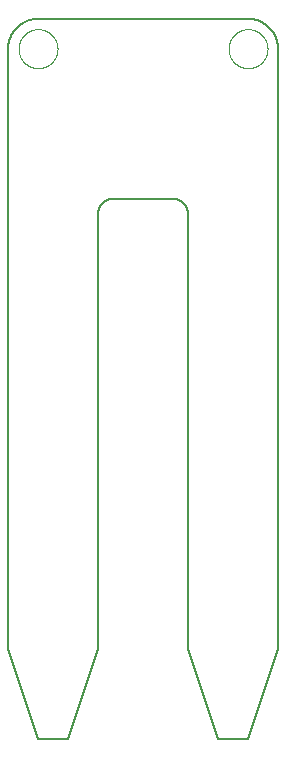
<source format=gko>
G75*
%MOIN*%
%OFA0B0*%
%FSLAX25Y25*%
%IPPOS*%
%LPD*%
%AMOC8*
5,1,8,0,0,1.08239X$1,22.5*
%
%ADD10C,0.00800*%
%ADD11C,0.00000*%
D10*
X0123333Y0266400D02*
X0133333Y0266400D01*
X0143333Y0296400D01*
X0143333Y0441400D01*
X0143335Y0441540D01*
X0143341Y0441680D01*
X0143351Y0441820D01*
X0143364Y0441960D01*
X0143382Y0442099D01*
X0143404Y0442238D01*
X0143429Y0442375D01*
X0143458Y0442513D01*
X0143491Y0442649D01*
X0143528Y0442784D01*
X0143569Y0442918D01*
X0143614Y0443051D01*
X0143662Y0443183D01*
X0143714Y0443313D01*
X0143769Y0443442D01*
X0143828Y0443569D01*
X0143891Y0443695D01*
X0143957Y0443819D01*
X0144026Y0443940D01*
X0144099Y0444060D01*
X0144176Y0444178D01*
X0144255Y0444293D01*
X0144338Y0444407D01*
X0144424Y0444517D01*
X0144513Y0444626D01*
X0144605Y0444732D01*
X0144700Y0444835D01*
X0144797Y0444936D01*
X0144898Y0445033D01*
X0145001Y0445128D01*
X0145107Y0445220D01*
X0145216Y0445309D01*
X0145326Y0445395D01*
X0145440Y0445478D01*
X0145555Y0445557D01*
X0145673Y0445634D01*
X0145793Y0445707D01*
X0145914Y0445776D01*
X0146038Y0445842D01*
X0146164Y0445905D01*
X0146291Y0445964D01*
X0146420Y0446019D01*
X0146550Y0446071D01*
X0146682Y0446119D01*
X0146815Y0446164D01*
X0146949Y0446205D01*
X0147084Y0446242D01*
X0147220Y0446275D01*
X0147358Y0446304D01*
X0147495Y0446329D01*
X0147634Y0446351D01*
X0147773Y0446369D01*
X0147913Y0446382D01*
X0148053Y0446392D01*
X0148193Y0446398D01*
X0148333Y0446400D01*
X0168333Y0446400D01*
X0168473Y0446398D01*
X0168613Y0446392D01*
X0168753Y0446382D01*
X0168893Y0446369D01*
X0169032Y0446351D01*
X0169171Y0446329D01*
X0169308Y0446304D01*
X0169446Y0446275D01*
X0169582Y0446242D01*
X0169717Y0446205D01*
X0169851Y0446164D01*
X0169984Y0446119D01*
X0170116Y0446071D01*
X0170246Y0446019D01*
X0170375Y0445964D01*
X0170502Y0445905D01*
X0170628Y0445842D01*
X0170752Y0445776D01*
X0170873Y0445707D01*
X0170993Y0445634D01*
X0171111Y0445557D01*
X0171226Y0445478D01*
X0171340Y0445395D01*
X0171450Y0445309D01*
X0171559Y0445220D01*
X0171665Y0445128D01*
X0171768Y0445033D01*
X0171869Y0444936D01*
X0171966Y0444835D01*
X0172061Y0444732D01*
X0172153Y0444626D01*
X0172242Y0444517D01*
X0172328Y0444407D01*
X0172411Y0444293D01*
X0172490Y0444178D01*
X0172567Y0444060D01*
X0172640Y0443940D01*
X0172709Y0443819D01*
X0172775Y0443695D01*
X0172838Y0443569D01*
X0172897Y0443442D01*
X0172952Y0443313D01*
X0173004Y0443183D01*
X0173052Y0443051D01*
X0173097Y0442918D01*
X0173138Y0442784D01*
X0173175Y0442649D01*
X0173208Y0442513D01*
X0173237Y0442375D01*
X0173262Y0442238D01*
X0173284Y0442099D01*
X0173302Y0441960D01*
X0173315Y0441820D01*
X0173325Y0441680D01*
X0173331Y0441540D01*
X0173333Y0441400D01*
X0173333Y0296400D01*
X0183333Y0266400D01*
X0193333Y0266400D01*
X0203333Y0296400D01*
X0203333Y0496400D01*
X0203330Y0496642D01*
X0203321Y0496883D01*
X0203307Y0497124D01*
X0203286Y0497365D01*
X0203260Y0497605D01*
X0203228Y0497845D01*
X0203190Y0498084D01*
X0203147Y0498321D01*
X0203097Y0498558D01*
X0203042Y0498793D01*
X0202982Y0499027D01*
X0202915Y0499259D01*
X0202844Y0499490D01*
X0202766Y0499719D01*
X0202683Y0499946D01*
X0202595Y0500171D01*
X0202501Y0500394D01*
X0202402Y0500614D01*
X0202297Y0500832D01*
X0202188Y0501047D01*
X0202073Y0501260D01*
X0201953Y0501470D01*
X0201828Y0501676D01*
X0201698Y0501880D01*
X0201563Y0502081D01*
X0201423Y0502278D01*
X0201279Y0502472D01*
X0201130Y0502662D01*
X0200976Y0502848D01*
X0200818Y0503031D01*
X0200656Y0503210D01*
X0200489Y0503385D01*
X0200318Y0503556D01*
X0200143Y0503723D01*
X0199964Y0503885D01*
X0199781Y0504043D01*
X0199595Y0504197D01*
X0199405Y0504346D01*
X0199211Y0504490D01*
X0199014Y0504630D01*
X0198813Y0504765D01*
X0198609Y0504895D01*
X0198403Y0505020D01*
X0198193Y0505140D01*
X0197980Y0505255D01*
X0197765Y0505364D01*
X0197547Y0505469D01*
X0197327Y0505568D01*
X0197104Y0505662D01*
X0196879Y0505750D01*
X0196652Y0505833D01*
X0196423Y0505911D01*
X0196192Y0505982D01*
X0195960Y0506049D01*
X0195726Y0506109D01*
X0195491Y0506164D01*
X0195254Y0506214D01*
X0195017Y0506257D01*
X0194778Y0506295D01*
X0194538Y0506327D01*
X0194298Y0506353D01*
X0194057Y0506374D01*
X0193816Y0506388D01*
X0193575Y0506397D01*
X0193333Y0506400D01*
X0123333Y0506400D01*
X0123091Y0506397D01*
X0122850Y0506388D01*
X0122609Y0506374D01*
X0122368Y0506353D01*
X0122128Y0506327D01*
X0121888Y0506295D01*
X0121649Y0506257D01*
X0121412Y0506214D01*
X0121175Y0506164D01*
X0120940Y0506109D01*
X0120706Y0506049D01*
X0120474Y0505982D01*
X0120243Y0505911D01*
X0120014Y0505833D01*
X0119787Y0505750D01*
X0119562Y0505662D01*
X0119339Y0505568D01*
X0119119Y0505469D01*
X0118901Y0505364D01*
X0118686Y0505255D01*
X0118473Y0505140D01*
X0118263Y0505020D01*
X0118057Y0504895D01*
X0117853Y0504765D01*
X0117652Y0504630D01*
X0117455Y0504490D01*
X0117261Y0504346D01*
X0117071Y0504197D01*
X0116885Y0504043D01*
X0116702Y0503885D01*
X0116523Y0503723D01*
X0116348Y0503556D01*
X0116177Y0503385D01*
X0116010Y0503210D01*
X0115848Y0503031D01*
X0115690Y0502848D01*
X0115536Y0502662D01*
X0115387Y0502472D01*
X0115243Y0502278D01*
X0115103Y0502081D01*
X0114968Y0501880D01*
X0114838Y0501676D01*
X0114713Y0501470D01*
X0114593Y0501260D01*
X0114478Y0501047D01*
X0114369Y0500832D01*
X0114264Y0500614D01*
X0114165Y0500394D01*
X0114071Y0500171D01*
X0113983Y0499946D01*
X0113900Y0499719D01*
X0113822Y0499490D01*
X0113751Y0499259D01*
X0113684Y0499027D01*
X0113624Y0498793D01*
X0113569Y0498558D01*
X0113519Y0498321D01*
X0113476Y0498084D01*
X0113438Y0497845D01*
X0113406Y0497605D01*
X0113380Y0497365D01*
X0113359Y0497124D01*
X0113345Y0496883D01*
X0113336Y0496642D01*
X0113333Y0496400D01*
X0113333Y0296400D01*
X0123333Y0266400D01*
D11*
X0116833Y0496400D02*
X0116835Y0496561D01*
X0116841Y0496721D01*
X0116851Y0496882D01*
X0116865Y0497042D01*
X0116883Y0497202D01*
X0116904Y0497361D01*
X0116930Y0497520D01*
X0116960Y0497678D01*
X0116993Y0497835D01*
X0117031Y0497992D01*
X0117072Y0498147D01*
X0117117Y0498301D01*
X0117166Y0498454D01*
X0117219Y0498606D01*
X0117275Y0498757D01*
X0117336Y0498906D01*
X0117399Y0499054D01*
X0117467Y0499200D01*
X0117538Y0499344D01*
X0117612Y0499486D01*
X0117690Y0499627D01*
X0117772Y0499765D01*
X0117857Y0499902D01*
X0117945Y0500036D01*
X0118037Y0500168D01*
X0118132Y0500298D01*
X0118230Y0500426D01*
X0118331Y0500551D01*
X0118435Y0500673D01*
X0118542Y0500793D01*
X0118652Y0500910D01*
X0118765Y0501025D01*
X0118881Y0501136D01*
X0119000Y0501245D01*
X0119121Y0501350D01*
X0119245Y0501453D01*
X0119371Y0501553D01*
X0119499Y0501649D01*
X0119630Y0501742D01*
X0119764Y0501832D01*
X0119899Y0501919D01*
X0120037Y0502002D01*
X0120176Y0502082D01*
X0120318Y0502158D01*
X0120461Y0502231D01*
X0120606Y0502300D01*
X0120753Y0502366D01*
X0120901Y0502428D01*
X0121051Y0502486D01*
X0121202Y0502541D01*
X0121355Y0502592D01*
X0121509Y0502639D01*
X0121664Y0502682D01*
X0121820Y0502721D01*
X0121976Y0502757D01*
X0122134Y0502788D01*
X0122292Y0502816D01*
X0122451Y0502840D01*
X0122611Y0502860D01*
X0122771Y0502876D01*
X0122931Y0502888D01*
X0123092Y0502896D01*
X0123253Y0502900D01*
X0123413Y0502900D01*
X0123574Y0502896D01*
X0123735Y0502888D01*
X0123895Y0502876D01*
X0124055Y0502860D01*
X0124215Y0502840D01*
X0124374Y0502816D01*
X0124532Y0502788D01*
X0124690Y0502757D01*
X0124846Y0502721D01*
X0125002Y0502682D01*
X0125157Y0502639D01*
X0125311Y0502592D01*
X0125464Y0502541D01*
X0125615Y0502486D01*
X0125765Y0502428D01*
X0125913Y0502366D01*
X0126060Y0502300D01*
X0126205Y0502231D01*
X0126348Y0502158D01*
X0126490Y0502082D01*
X0126629Y0502002D01*
X0126767Y0501919D01*
X0126902Y0501832D01*
X0127036Y0501742D01*
X0127167Y0501649D01*
X0127295Y0501553D01*
X0127421Y0501453D01*
X0127545Y0501350D01*
X0127666Y0501245D01*
X0127785Y0501136D01*
X0127901Y0501025D01*
X0128014Y0500910D01*
X0128124Y0500793D01*
X0128231Y0500673D01*
X0128335Y0500551D01*
X0128436Y0500426D01*
X0128534Y0500298D01*
X0128629Y0500168D01*
X0128721Y0500036D01*
X0128809Y0499902D01*
X0128894Y0499765D01*
X0128976Y0499627D01*
X0129054Y0499486D01*
X0129128Y0499344D01*
X0129199Y0499200D01*
X0129267Y0499054D01*
X0129330Y0498906D01*
X0129391Y0498757D01*
X0129447Y0498606D01*
X0129500Y0498454D01*
X0129549Y0498301D01*
X0129594Y0498147D01*
X0129635Y0497992D01*
X0129673Y0497835D01*
X0129706Y0497678D01*
X0129736Y0497520D01*
X0129762Y0497361D01*
X0129783Y0497202D01*
X0129801Y0497042D01*
X0129815Y0496882D01*
X0129825Y0496721D01*
X0129831Y0496561D01*
X0129833Y0496400D01*
X0129831Y0496239D01*
X0129825Y0496079D01*
X0129815Y0495918D01*
X0129801Y0495758D01*
X0129783Y0495598D01*
X0129762Y0495439D01*
X0129736Y0495280D01*
X0129706Y0495122D01*
X0129673Y0494965D01*
X0129635Y0494808D01*
X0129594Y0494653D01*
X0129549Y0494499D01*
X0129500Y0494346D01*
X0129447Y0494194D01*
X0129391Y0494043D01*
X0129330Y0493894D01*
X0129267Y0493746D01*
X0129199Y0493600D01*
X0129128Y0493456D01*
X0129054Y0493314D01*
X0128976Y0493173D01*
X0128894Y0493035D01*
X0128809Y0492898D01*
X0128721Y0492764D01*
X0128629Y0492632D01*
X0128534Y0492502D01*
X0128436Y0492374D01*
X0128335Y0492249D01*
X0128231Y0492127D01*
X0128124Y0492007D01*
X0128014Y0491890D01*
X0127901Y0491775D01*
X0127785Y0491664D01*
X0127666Y0491555D01*
X0127545Y0491450D01*
X0127421Y0491347D01*
X0127295Y0491247D01*
X0127167Y0491151D01*
X0127036Y0491058D01*
X0126902Y0490968D01*
X0126767Y0490881D01*
X0126629Y0490798D01*
X0126490Y0490718D01*
X0126348Y0490642D01*
X0126205Y0490569D01*
X0126060Y0490500D01*
X0125913Y0490434D01*
X0125765Y0490372D01*
X0125615Y0490314D01*
X0125464Y0490259D01*
X0125311Y0490208D01*
X0125157Y0490161D01*
X0125002Y0490118D01*
X0124846Y0490079D01*
X0124690Y0490043D01*
X0124532Y0490012D01*
X0124374Y0489984D01*
X0124215Y0489960D01*
X0124055Y0489940D01*
X0123895Y0489924D01*
X0123735Y0489912D01*
X0123574Y0489904D01*
X0123413Y0489900D01*
X0123253Y0489900D01*
X0123092Y0489904D01*
X0122931Y0489912D01*
X0122771Y0489924D01*
X0122611Y0489940D01*
X0122451Y0489960D01*
X0122292Y0489984D01*
X0122134Y0490012D01*
X0121976Y0490043D01*
X0121820Y0490079D01*
X0121664Y0490118D01*
X0121509Y0490161D01*
X0121355Y0490208D01*
X0121202Y0490259D01*
X0121051Y0490314D01*
X0120901Y0490372D01*
X0120753Y0490434D01*
X0120606Y0490500D01*
X0120461Y0490569D01*
X0120318Y0490642D01*
X0120176Y0490718D01*
X0120037Y0490798D01*
X0119899Y0490881D01*
X0119764Y0490968D01*
X0119630Y0491058D01*
X0119499Y0491151D01*
X0119371Y0491247D01*
X0119245Y0491347D01*
X0119121Y0491450D01*
X0119000Y0491555D01*
X0118881Y0491664D01*
X0118765Y0491775D01*
X0118652Y0491890D01*
X0118542Y0492007D01*
X0118435Y0492127D01*
X0118331Y0492249D01*
X0118230Y0492374D01*
X0118132Y0492502D01*
X0118037Y0492632D01*
X0117945Y0492764D01*
X0117857Y0492898D01*
X0117772Y0493035D01*
X0117690Y0493173D01*
X0117612Y0493314D01*
X0117538Y0493456D01*
X0117467Y0493600D01*
X0117399Y0493746D01*
X0117336Y0493894D01*
X0117275Y0494043D01*
X0117219Y0494194D01*
X0117166Y0494346D01*
X0117117Y0494499D01*
X0117072Y0494653D01*
X0117031Y0494808D01*
X0116993Y0494965D01*
X0116960Y0495122D01*
X0116930Y0495280D01*
X0116904Y0495439D01*
X0116883Y0495598D01*
X0116865Y0495758D01*
X0116851Y0495918D01*
X0116841Y0496079D01*
X0116835Y0496239D01*
X0116833Y0496400D01*
X0186833Y0496400D02*
X0186835Y0496561D01*
X0186841Y0496721D01*
X0186851Y0496882D01*
X0186865Y0497042D01*
X0186883Y0497202D01*
X0186904Y0497361D01*
X0186930Y0497520D01*
X0186960Y0497678D01*
X0186993Y0497835D01*
X0187031Y0497992D01*
X0187072Y0498147D01*
X0187117Y0498301D01*
X0187166Y0498454D01*
X0187219Y0498606D01*
X0187275Y0498757D01*
X0187336Y0498906D01*
X0187399Y0499054D01*
X0187467Y0499200D01*
X0187538Y0499344D01*
X0187612Y0499486D01*
X0187690Y0499627D01*
X0187772Y0499765D01*
X0187857Y0499902D01*
X0187945Y0500036D01*
X0188037Y0500168D01*
X0188132Y0500298D01*
X0188230Y0500426D01*
X0188331Y0500551D01*
X0188435Y0500673D01*
X0188542Y0500793D01*
X0188652Y0500910D01*
X0188765Y0501025D01*
X0188881Y0501136D01*
X0189000Y0501245D01*
X0189121Y0501350D01*
X0189245Y0501453D01*
X0189371Y0501553D01*
X0189499Y0501649D01*
X0189630Y0501742D01*
X0189764Y0501832D01*
X0189899Y0501919D01*
X0190037Y0502002D01*
X0190176Y0502082D01*
X0190318Y0502158D01*
X0190461Y0502231D01*
X0190606Y0502300D01*
X0190753Y0502366D01*
X0190901Y0502428D01*
X0191051Y0502486D01*
X0191202Y0502541D01*
X0191355Y0502592D01*
X0191509Y0502639D01*
X0191664Y0502682D01*
X0191820Y0502721D01*
X0191976Y0502757D01*
X0192134Y0502788D01*
X0192292Y0502816D01*
X0192451Y0502840D01*
X0192611Y0502860D01*
X0192771Y0502876D01*
X0192931Y0502888D01*
X0193092Y0502896D01*
X0193253Y0502900D01*
X0193413Y0502900D01*
X0193574Y0502896D01*
X0193735Y0502888D01*
X0193895Y0502876D01*
X0194055Y0502860D01*
X0194215Y0502840D01*
X0194374Y0502816D01*
X0194532Y0502788D01*
X0194690Y0502757D01*
X0194846Y0502721D01*
X0195002Y0502682D01*
X0195157Y0502639D01*
X0195311Y0502592D01*
X0195464Y0502541D01*
X0195615Y0502486D01*
X0195765Y0502428D01*
X0195913Y0502366D01*
X0196060Y0502300D01*
X0196205Y0502231D01*
X0196348Y0502158D01*
X0196490Y0502082D01*
X0196629Y0502002D01*
X0196767Y0501919D01*
X0196902Y0501832D01*
X0197036Y0501742D01*
X0197167Y0501649D01*
X0197295Y0501553D01*
X0197421Y0501453D01*
X0197545Y0501350D01*
X0197666Y0501245D01*
X0197785Y0501136D01*
X0197901Y0501025D01*
X0198014Y0500910D01*
X0198124Y0500793D01*
X0198231Y0500673D01*
X0198335Y0500551D01*
X0198436Y0500426D01*
X0198534Y0500298D01*
X0198629Y0500168D01*
X0198721Y0500036D01*
X0198809Y0499902D01*
X0198894Y0499765D01*
X0198976Y0499627D01*
X0199054Y0499486D01*
X0199128Y0499344D01*
X0199199Y0499200D01*
X0199267Y0499054D01*
X0199330Y0498906D01*
X0199391Y0498757D01*
X0199447Y0498606D01*
X0199500Y0498454D01*
X0199549Y0498301D01*
X0199594Y0498147D01*
X0199635Y0497992D01*
X0199673Y0497835D01*
X0199706Y0497678D01*
X0199736Y0497520D01*
X0199762Y0497361D01*
X0199783Y0497202D01*
X0199801Y0497042D01*
X0199815Y0496882D01*
X0199825Y0496721D01*
X0199831Y0496561D01*
X0199833Y0496400D01*
X0199831Y0496239D01*
X0199825Y0496079D01*
X0199815Y0495918D01*
X0199801Y0495758D01*
X0199783Y0495598D01*
X0199762Y0495439D01*
X0199736Y0495280D01*
X0199706Y0495122D01*
X0199673Y0494965D01*
X0199635Y0494808D01*
X0199594Y0494653D01*
X0199549Y0494499D01*
X0199500Y0494346D01*
X0199447Y0494194D01*
X0199391Y0494043D01*
X0199330Y0493894D01*
X0199267Y0493746D01*
X0199199Y0493600D01*
X0199128Y0493456D01*
X0199054Y0493314D01*
X0198976Y0493173D01*
X0198894Y0493035D01*
X0198809Y0492898D01*
X0198721Y0492764D01*
X0198629Y0492632D01*
X0198534Y0492502D01*
X0198436Y0492374D01*
X0198335Y0492249D01*
X0198231Y0492127D01*
X0198124Y0492007D01*
X0198014Y0491890D01*
X0197901Y0491775D01*
X0197785Y0491664D01*
X0197666Y0491555D01*
X0197545Y0491450D01*
X0197421Y0491347D01*
X0197295Y0491247D01*
X0197167Y0491151D01*
X0197036Y0491058D01*
X0196902Y0490968D01*
X0196767Y0490881D01*
X0196629Y0490798D01*
X0196490Y0490718D01*
X0196348Y0490642D01*
X0196205Y0490569D01*
X0196060Y0490500D01*
X0195913Y0490434D01*
X0195765Y0490372D01*
X0195615Y0490314D01*
X0195464Y0490259D01*
X0195311Y0490208D01*
X0195157Y0490161D01*
X0195002Y0490118D01*
X0194846Y0490079D01*
X0194690Y0490043D01*
X0194532Y0490012D01*
X0194374Y0489984D01*
X0194215Y0489960D01*
X0194055Y0489940D01*
X0193895Y0489924D01*
X0193735Y0489912D01*
X0193574Y0489904D01*
X0193413Y0489900D01*
X0193253Y0489900D01*
X0193092Y0489904D01*
X0192931Y0489912D01*
X0192771Y0489924D01*
X0192611Y0489940D01*
X0192451Y0489960D01*
X0192292Y0489984D01*
X0192134Y0490012D01*
X0191976Y0490043D01*
X0191820Y0490079D01*
X0191664Y0490118D01*
X0191509Y0490161D01*
X0191355Y0490208D01*
X0191202Y0490259D01*
X0191051Y0490314D01*
X0190901Y0490372D01*
X0190753Y0490434D01*
X0190606Y0490500D01*
X0190461Y0490569D01*
X0190318Y0490642D01*
X0190176Y0490718D01*
X0190037Y0490798D01*
X0189899Y0490881D01*
X0189764Y0490968D01*
X0189630Y0491058D01*
X0189499Y0491151D01*
X0189371Y0491247D01*
X0189245Y0491347D01*
X0189121Y0491450D01*
X0189000Y0491555D01*
X0188881Y0491664D01*
X0188765Y0491775D01*
X0188652Y0491890D01*
X0188542Y0492007D01*
X0188435Y0492127D01*
X0188331Y0492249D01*
X0188230Y0492374D01*
X0188132Y0492502D01*
X0188037Y0492632D01*
X0187945Y0492764D01*
X0187857Y0492898D01*
X0187772Y0493035D01*
X0187690Y0493173D01*
X0187612Y0493314D01*
X0187538Y0493456D01*
X0187467Y0493600D01*
X0187399Y0493746D01*
X0187336Y0493894D01*
X0187275Y0494043D01*
X0187219Y0494194D01*
X0187166Y0494346D01*
X0187117Y0494499D01*
X0187072Y0494653D01*
X0187031Y0494808D01*
X0186993Y0494965D01*
X0186960Y0495122D01*
X0186930Y0495280D01*
X0186904Y0495439D01*
X0186883Y0495598D01*
X0186865Y0495758D01*
X0186851Y0495918D01*
X0186841Y0496079D01*
X0186835Y0496239D01*
X0186833Y0496400D01*
M02*

</source>
